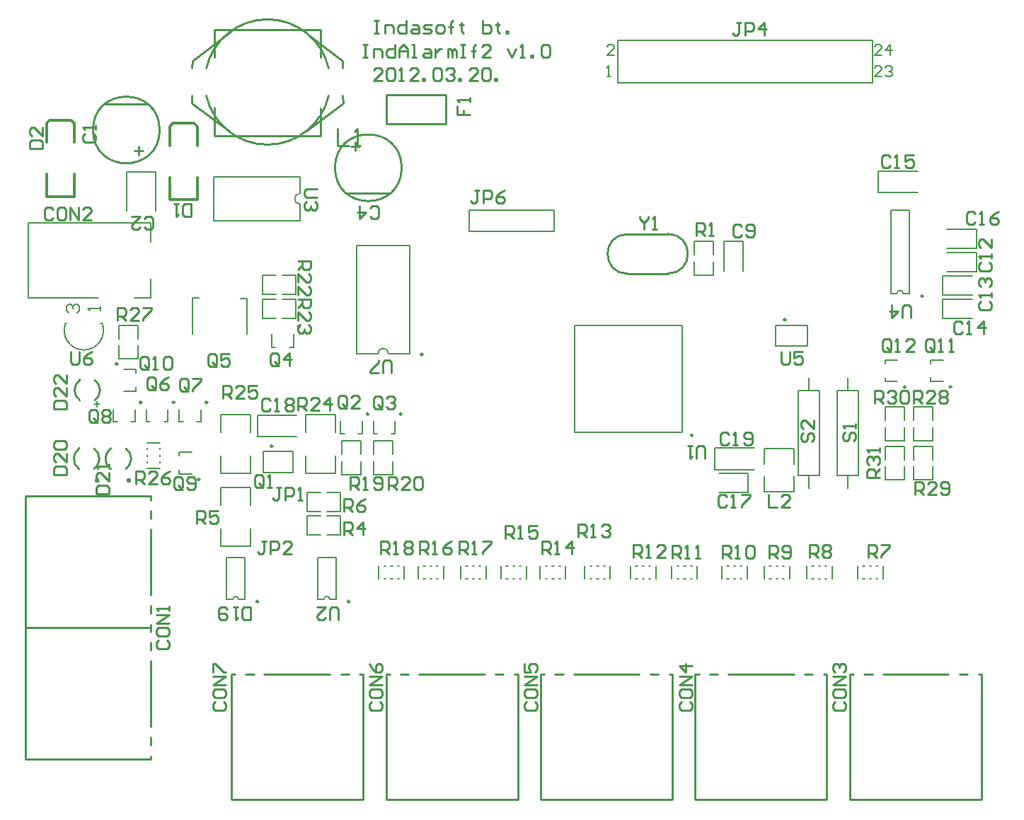
<source format=gto>
%FSLAX23Y23*%
%MOIN*%
G70*
G01*
G75*
%ADD10C,0.010*%
%ADD11R,0.039X0.033*%
%ADD12R,0.039X0.033*%
%ADD13R,0.037X0.035*%
%ADD14R,0.037X0.035*%
%ADD15R,0.059X0.051*%
%ADD16R,0.085X0.024*%
%ADD17R,0.106X0.071*%
%ADD18R,0.049X0.014*%
%ADD19R,0.035X0.037*%
%ADD20R,0.035X0.037*%
%ADD21R,0.047X0.087*%
%ADD22R,0.047X0.087*%
%ADD23R,0.134X0.087*%
%ADD24R,0.018X0.035*%
%ADD25R,0.053X0.014*%
%ADD26R,0.087X0.024*%
%ADD27R,0.087X0.024*%
%ADD28R,0.063X0.012*%
%ADD29R,0.012X0.063*%
%ADD30R,0.035X0.018*%
%ADD31R,0.106X0.071*%
%ADD32R,0.051X0.059*%
%ADD33R,0.106X0.063*%
%ADD34R,0.063X0.071*%
%ADD35R,0.100X0.100*%
%ADD36R,0.063X0.071*%
%ADD37R,0.077X0.124*%
%ADD38R,0.120X0.220*%
%ADD39R,0.150X0.114*%
%ADD40C,0.020*%
%ADD41C,0.040*%
%ADD42C,0.060*%
%ADD43C,0.030*%
%ADD44C,0.050*%
%ADD45C,0.023*%
%ADD46C,0.080*%
%ADD47C,0.011*%
%ADD48C,0.013*%
%ADD49C,0.016*%
%ADD50C,0.047*%
%ADD51C,0.025*%
%ADD52R,0.262X0.237*%
%ADD53C,0.060*%
%ADD54C,0.059*%
%ADD55C,0.240*%
%ADD56C,0.280*%
%ADD57C,0.059*%
%ADD58O,0.157X0.079*%
%ADD59O,0.079X0.157*%
%ADD60O,0.079X0.177*%
%ADD61O,0.050X0.060*%
%ADD62O,0.060X0.055*%
%ADD63O,0.060X0.050*%
%ADD64O,0.039X0.067*%
%ADD65R,0.059X0.059*%
%ADD66R,0.059X0.059*%
%ADD67C,0.050*%
%ADD68R,0.071X0.106*%
%ADD69R,0.071X0.063*%
%ADD70R,0.071X0.063*%
%ADD71C,0.039*%
%ADD72C,0.070*%
%ADD73C,0.010*%
%ADD74C,0.008*%
%ADD75C,0.008*%
%ADD76C,0.006*%
%ADD77C,0.012*%
%ADD78C,0.006*%
D10*
X1217Y2852D02*
G03*
X1217Y2755I35J-49D01*
G01*
X1287Y2755D02*
G03*
X1287Y2852I-36J48D01*
G01*
X1434Y2432D02*
G03*
X1434Y2529I-36J48D01*
G01*
X1362Y2529D02*
G03*
X1363Y2432I35J-49D01*
G01*
X1284Y2432D02*
G03*
X1284Y2529I-36J48D01*
G01*
X1213Y2529D02*
G03*
X1213Y2432I35J-49D01*
G01*
X3795Y3538D02*
G03*
X3795Y3352I0J-93D01*
G01*
X3987Y3353D02*
G03*
X3987Y3538I0J93D01*
G01*
X2732Y3851D02*
G03*
X2732Y3851I-157J0D01*
G01*
X2388Y4320D02*
G03*
X1812Y4320I-288J-65D01*
G01*
X1812Y4190D02*
G03*
X2388Y4190I288J65D01*
G01*
X1592Y4029D02*
G03*
X1592Y4029I-157J0D01*
G01*
X960Y1683D02*
X1549D01*
X960Y1063D02*
Y1683D01*
Y1063D02*
X1550D01*
Y1666D02*
Y1683D01*
Y1131D02*
Y1167D01*
Y1063D02*
Y1078D01*
Y1219D02*
Y1528D01*
Y1577D02*
Y1616D01*
X960Y1683D02*
Y2303D01*
X1550Y2286D02*
Y2303D01*
X960D02*
X1550D01*
Y1751D02*
Y1787D01*
Y1683D02*
Y1698D01*
Y1839D02*
Y2148D01*
Y2197D02*
Y2236D01*
X1997Y1465D02*
X2036D01*
X2085D02*
X2394D01*
X2535D02*
X2550D01*
X2446D02*
X2482D01*
X1930Y875D02*
Y1465D01*
X1947D01*
X2550Y875D02*
Y1465D01*
X1930Y875D02*
X2550D01*
X2726Y1465D02*
X2765D01*
X2814D02*
X3123D01*
X3264D02*
X3279D01*
X3175D02*
X3211D01*
X2659Y875D02*
Y1465D01*
X2676D01*
X3279Y875D02*
Y1465D01*
X2659Y875D02*
X3279D01*
X3454Y1465D02*
X3493D01*
X3542D02*
X3851D01*
X3992D02*
X4007D01*
X3903D02*
X3939D01*
X3387Y875D02*
Y1465D01*
X3404D01*
X4007Y875D02*
Y1465D01*
X3387Y875D02*
X4007D01*
X4182Y1465D02*
X4221D01*
X4270D02*
X4579D01*
X4720D02*
X4735D01*
X4631D02*
X4667D01*
X4115Y875D02*
Y1465D01*
X4132D01*
X4735Y875D02*
Y1465D01*
X4115Y875D02*
X4735D01*
X4911Y1465D02*
X4950D01*
X4999D02*
X5308D01*
X5449D02*
X5464D01*
X5360D02*
X5396D01*
X4844Y875D02*
Y1465D01*
X4861D01*
X5464Y875D02*
Y1465D01*
X4844Y875D02*
X5464D01*
X3795Y3538D02*
X3987D01*
X3795Y3352D02*
X3987D01*
X2475Y3730D02*
X2675D01*
X2941Y4058D02*
Y4193D01*
X2659Y4058D02*
Y4193D01*
X2941D01*
X2659Y4058D02*
X2941D01*
X1850Y4502D02*
X2350D01*
X2349Y4501D02*
X2350Y4502D01*
X2349Y4002D02*
X2350Y4132D01*
X1850Y4002D02*
X2349D01*
X1850D02*
Y4135D01*
X2349Y4501D02*
X2350Y4372D01*
X1850Y4370D02*
Y4502D01*
X2454Y4355D02*
X2455Y4320D01*
X1745Y4155D02*
Y4190D01*
X2455D02*
X2456Y4155D01*
X1745Y4320D02*
X1746Y4355D01*
Y4356D01*
X1930Y4495D01*
X1745Y4155D02*
X1925Y4020D01*
X2285Y4025D02*
X2456Y4155D01*
X2300Y4470D02*
X2454Y4355D01*
X1335Y4150D02*
X1535D01*
X5036Y2994D02*
Y3034D01*
X5026Y3044D01*
X5006D01*
X4996Y3034D01*
Y2994D01*
X5006Y2984D01*
X5026D01*
X5016Y3004D02*
X5036Y2984D01*
X5026D02*
X5036Y2994D01*
X5056Y2984D02*
X5076D01*
X5066D01*
Y3044D01*
X5056Y3034D01*
X5146Y2984D02*
X5106D01*
X5146Y3024D01*
Y3034D01*
X5136Y3044D01*
X5116D01*
X5106Y3034D01*
X2685Y2885D02*
Y2935D01*
X2675Y2945D01*
X2655D01*
X2645Y2935D01*
Y2885D01*
X2625D02*
X2585D01*
Y2895D01*
X2625Y2935D01*
Y2945D01*
X2080Y2355D02*
Y2395D01*
X2070Y2405D01*
X2050D01*
X2040Y2395D01*
Y2355D01*
X2050Y2345D01*
X2070D01*
X2060Y2365D02*
X2080Y2345D01*
X2070D02*
X2080Y2355D01*
X2100Y2345D02*
X2120D01*
X2110D01*
Y2405D01*
X2100Y2395D01*
X5240Y2995D02*
Y3035D01*
X5230Y3045D01*
X5210D01*
X5200Y3035D01*
Y2995D01*
X5210Y2985D01*
X5230D01*
X5220Y3005D02*
X5240Y2985D01*
X5230D02*
X5240Y2995D01*
X5260Y2985D02*
X5280D01*
X5270D01*
Y3045D01*
X5260Y3035D01*
X5310Y2985D02*
X5330D01*
X5320D01*
Y3045D01*
X5310Y3035D01*
X4820Y2605D02*
X4810Y2595D01*
Y2575D01*
X4820Y2565D01*
X4830D01*
X4840Y2575D01*
Y2595D01*
X4850Y2605D01*
X4860D01*
X4870Y2595D01*
Y2575D01*
X4860Y2565D01*
X4870Y2625D02*
Y2645D01*
Y2635D01*
X4810D01*
X4820Y2625D01*
X980Y3940D02*
X1040D01*
Y3970D01*
X1030Y3980D01*
X990D01*
X980Y3970D01*
Y3940D01*
X1040Y4040D02*
Y4000D01*
X1000Y4040D01*
X990D01*
X980Y4030D01*
Y4010D01*
X990Y4000D01*
X2995Y4140D02*
Y4100D01*
X3025D01*
Y4120D01*
Y4100D01*
X3055D01*
Y4160D02*
Y4180D01*
Y4170D01*
X2995D01*
X3005Y4160D01*
X2335Y3750D02*
X2285D01*
X2275Y3740D01*
Y3720D01*
X2285Y3710D01*
X2335D01*
X2325Y3690D02*
X2335Y3680D01*
Y3660D01*
X2325Y3650D01*
X2315D01*
X2305Y3660D01*
Y3670D01*
Y3660D01*
X2295Y3650D01*
X2285D01*
X2275Y3660D01*
Y3680D01*
X2285Y3690D01*
X2115Y2755D02*
X2105Y2765D01*
X2085D01*
X2075Y2755D01*
Y2715D01*
X2085Y2705D01*
X2105D01*
X2115Y2715D01*
X2135Y2705D02*
X2155D01*
X2145D01*
Y2765D01*
X2135Y2755D01*
X2185D02*
X2195Y2765D01*
X2215D01*
X2225Y2755D01*
Y2745D01*
X2215Y2735D01*
X2225Y2725D01*
Y2715D01*
X2215Y2705D01*
X2195D01*
X2185Y2715D01*
Y2725D01*
X2195Y2735D01*
X2185Y2745D01*
Y2755D01*
X2195Y2735D02*
X2215D01*
X1740Y3620D02*
Y3680D01*
X1710D01*
X1700Y3670D01*
Y3630D01*
X1710Y3620D01*
X1740D01*
X1680Y3680D02*
X1660D01*
X1670D01*
Y3620D01*
X1680Y3630D01*
X2435Y1720D02*
Y1770D01*
X2425Y1780D01*
X2405D01*
X2395Y1770D01*
Y1720D01*
X2335Y1780D02*
X2375D01*
X2335Y1740D01*
Y1730D01*
X2345Y1720D01*
X2365D01*
X2375Y1730D01*
X2430Y4035D02*
Y3955D01*
X2483D01*
X2510D02*
X2537D01*
X2523D01*
Y4035D01*
X2510Y4022D01*
X1240Y4010D02*
X1230Y4000D01*
Y3980D01*
X1240Y3970D01*
X1280D01*
X1290Y3980D01*
Y4000D01*
X1280Y4010D01*
X1290Y4030D02*
Y4050D01*
Y4040D01*
X1230D01*
X1240Y4030D01*
X2585Y3620D02*
X2595Y3610D01*
X2615D01*
X2625Y3620D01*
Y3660D01*
X2615Y3670D01*
X2595D01*
X2585Y3660D01*
X2535Y3670D02*
Y3610D01*
X2565Y3640D01*
X2525D01*
X4335Y3575D02*
X4325Y3585D01*
X4305D01*
X4295Y3575D01*
Y3535D01*
X4305Y3525D01*
X4325D01*
X4335Y3535D01*
X4355D02*
X4365Y3525D01*
X4385D01*
X4395Y3535D01*
Y3575D01*
X4385Y3585D01*
X4365D01*
X4355Y3575D01*
Y3565D01*
X4365Y3555D01*
X4395D01*
X5460Y3405D02*
X5450Y3395D01*
Y3375D01*
X5460Y3365D01*
X5500D01*
X5510Y3375D01*
Y3395D01*
X5500Y3405D01*
X5510Y3425D02*
Y3445D01*
Y3435D01*
X5450D01*
X5460Y3425D01*
X5510Y3515D02*
Y3475D01*
X5470Y3515D01*
X5460D01*
X5450Y3505D01*
Y3485D01*
X5460Y3475D01*
Y3220D02*
X5450Y3210D01*
Y3190D01*
X5460Y3180D01*
X5500D01*
X5510Y3190D01*
Y3210D01*
X5500Y3220D01*
X5510Y3240D02*
Y3260D01*
Y3250D01*
X5450D01*
X5460Y3240D01*
Y3290D02*
X5450Y3300D01*
Y3320D01*
X5460Y3330D01*
X5470D01*
X5480Y3320D01*
Y3310D01*
Y3320D01*
X5490Y3330D01*
X5500D01*
X5510Y3320D01*
Y3300D01*
X5500Y3290D01*
X5372Y3118D02*
X5362Y3128D01*
X5342D01*
X5332Y3118D01*
Y3078D01*
X5342Y3068D01*
X5362D01*
X5372Y3078D01*
X5392Y3068D02*
X5412D01*
X5402D01*
Y3128D01*
X5392Y3118D01*
X5472Y3068D02*
Y3128D01*
X5442Y3098D01*
X5482D01*
X5035Y3900D02*
X5025Y3910D01*
X5005D01*
X4995Y3900D01*
Y3860D01*
X5005Y3850D01*
X5025D01*
X5035Y3860D01*
X5055Y3850D02*
X5075D01*
X5065D01*
Y3910D01*
X5055Y3900D01*
X5145Y3910D02*
X5105D01*
Y3880D01*
X5125Y3890D01*
X5135D01*
X5145Y3880D01*
Y3860D01*
X5135Y3850D01*
X5115D01*
X5105Y3860D01*
X5435Y3635D02*
X5425Y3645D01*
X5405D01*
X5395Y3635D01*
Y3595D01*
X5405Y3585D01*
X5425D01*
X5435Y3595D01*
X5455Y3585D02*
X5475D01*
X5465D01*
Y3645D01*
X5455Y3635D01*
X5545Y3645D02*
X5525Y3635D01*
X5505Y3615D01*
Y3595D01*
X5515Y3585D01*
X5535D01*
X5545Y3595D01*
Y3605D01*
X5535Y3615D01*
X5505D01*
X4265Y2300D02*
X4255Y2310D01*
X4235D01*
X4225Y2300D01*
Y2260D01*
X4235Y2250D01*
X4255D01*
X4265Y2260D01*
X4285Y2250D02*
X4305D01*
X4295D01*
Y2310D01*
X4285Y2300D01*
X4335Y2310D02*
X4375D01*
Y2300D01*
X4335Y2260D01*
Y2250D01*
X4275Y2595D02*
X4265Y2605D01*
X4245D01*
X4235Y2595D01*
Y2555D01*
X4245Y2545D01*
X4265D01*
X4275Y2555D01*
X4295Y2545D02*
X4315D01*
X4305D01*
Y2605D01*
X4295Y2595D01*
X4345Y2555D02*
X4355Y2545D01*
X4375D01*
X4385Y2555D01*
Y2595D01*
X4375Y2605D01*
X4355D01*
X4345Y2595D01*
Y2585D01*
X4355Y2575D01*
X4385D01*
X2165Y2345D02*
X2145D01*
X2155D01*
Y2295D01*
X2145Y2285D01*
X2135D01*
X2125Y2295D01*
X2185Y2285D02*
Y2345D01*
X2215D01*
X2225Y2335D01*
Y2315D01*
X2215Y2305D01*
X2185D01*
X2245Y2285D02*
X2265D01*
X2255D01*
Y2345D01*
X2245Y2335D01*
X2095Y2090D02*
X2075D01*
X2085D01*
Y2040D01*
X2075Y2030D01*
X2065D01*
X2055Y2040D01*
X2115Y2030D02*
Y2090D01*
X2145D01*
X2155Y2080D01*
Y2060D01*
X2145Y2050D01*
X2115D01*
X2215Y2030D02*
X2175D01*
X2215Y2070D01*
Y2080D01*
X2205Y2090D01*
X2185D01*
X2175Y2080D01*
X4330Y4535D02*
X4310D01*
X4320D01*
Y4485D01*
X4310Y4475D01*
X4300D01*
X4290Y4485D01*
X4350Y4475D02*
Y4535D01*
X4380D01*
X4390Y4525D01*
Y4505D01*
X4380Y4495D01*
X4350D01*
X4440Y4475D02*
Y4535D01*
X4410Y4505D01*
X4450D01*
X3096Y3744D02*
X3076D01*
X3086D01*
Y3694D01*
X3076Y3684D01*
X3066D01*
X3056Y3694D01*
X3116Y3684D02*
Y3744D01*
X3146D01*
X3156Y3734D01*
Y3714D01*
X3146Y3704D01*
X3116D01*
X3216Y3744D02*
X3196Y3734D01*
X3176Y3714D01*
Y3694D01*
X3186Y3684D01*
X3206D01*
X3216Y3694D01*
Y3704D01*
X3206Y3714D01*
X3176D01*
X4460Y2310D02*
Y2250D01*
X4500D01*
X4560D02*
X4520D01*
X4560Y2290D01*
Y2300D01*
X4550Y2310D01*
X4530D01*
X4520Y2300D01*
X2460Y2120D02*
Y2180D01*
X2490D01*
X2500Y2170D01*
Y2150D01*
X2490Y2140D01*
X2460D01*
X2480D02*
X2500Y2120D01*
X2550D02*
Y2180D01*
X2520Y2150D01*
X2560D01*
X1766Y2173D02*
Y2233D01*
X1796D01*
X1806Y2223D01*
Y2203D01*
X1796Y2193D01*
X1766D01*
X1786D02*
X1806Y2173D01*
X1866Y2233D02*
X1826D01*
Y2203D01*
X1846Y2213D01*
X1856D01*
X1866Y2203D01*
Y2183D01*
X1856Y2173D01*
X1836D01*
X1826Y2183D01*
X2460Y2230D02*
Y2290D01*
X2490D01*
X2500Y2280D01*
Y2260D01*
X2490Y2250D01*
X2460D01*
X2480D02*
X2500Y2230D01*
X2560Y2290D02*
X2540Y2280D01*
X2520Y2260D01*
Y2240D01*
X2530Y2230D01*
X2550D01*
X2560Y2240D01*
Y2250D01*
X2550Y2260D01*
X2520D01*
X4930Y2015D02*
Y2075D01*
X4960D01*
X4970Y2065D01*
Y2045D01*
X4960Y2035D01*
X4930D01*
X4950D02*
X4970Y2015D01*
X4990Y2075D02*
X5030D01*
Y2065D01*
X4990Y2025D01*
Y2015D01*
X4465Y2010D02*
Y2070D01*
X4495D01*
X4505Y2060D01*
Y2040D01*
X4495Y2030D01*
X4465D01*
X4485D02*
X4505Y2010D01*
X4525Y2020D02*
X4535Y2010D01*
X4555D01*
X4565Y2020D01*
Y2060D01*
X4555Y2070D01*
X4535D01*
X4525Y2060D01*
Y2050D01*
X4535Y2040D01*
X4565D01*
X4245Y2010D02*
Y2070D01*
X4275D01*
X4285Y2060D01*
Y2040D01*
X4275Y2030D01*
X4245D01*
X4265D02*
X4285Y2010D01*
X4305D02*
X4325D01*
X4315D01*
Y2070D01*
X4305Y2060D01*
X4355D02*
X4365Y2070D01*
X4385D01*
X4395Y2060D01*
Y2020D01*
X4385Y2010D01*
X4365D01*
X4355Y2020D01*
Y2060D01*
X4008Y2012D02*
Y2072D01*
X4038D01*
X4048Y2062D01*
Y2042D01*
X4038Y2032D01*
X4008D01*
X4028D02*
X4048Y2012D01*
X4068D02*
X4088D01*
X4078D01*
Y2072D01*
X4068Y2062D01*
X4118Y2012D02*
X4138D01*
X4128D01*
Y2072D01*
X4118Y2062D01*
X3823Y2015D02*
Y2075D01*
X3853D01*
X3863Y2065D01*
Y2045D01*
X3853Y2035D01*
X3823D01*
X3843D02*
X3863Y2015D01*
X3883D02*
X3903D01*
X3893D01*
Y2075D01*
X3883Y2065D01*
X3973Y2015D02*
X3933D01*
X3973Y2055D01*
Y2065D01*
X3963Y2075D01*
X3943D01*
X3933Y2065D01*
X3565Y2110D02*
Y2170D01*
X3595D01*
X3605Y2160D01*
Y2140D01*
X3595Y2130D01*
X3565D01*
X3585D02*
X3605Y2110D01*
X3625D02*
X3645D01*
X3635D01*
Y2170D01*
X3625Y2160D01*
X3675D02*
X3685Y2170D01*
X3705D01*
X3715Y2160D01*
Y2150D01*
X3705Y2140D01*
X3695D01*
X3705D01*
X3715Y2130D01*
Y2120D01*
X3705Y2110D01*
X3685D01*
X3675Y2120D01*
X3392Y2030D02*
Y2090D01*
X3422D01*
X3432Y2080D01*
Y2060D01*
X3422Y2050D01*
X3392D01*
X3412D02*
X3432Y2030D01*
X3452D02*
X3472D01*
X3462D01*
Y2090D01*
X3452Y2080D01*
X3532Y2030D02*
Y2090D01*
X3502Y2060D01*
X3542D01*
X3220Y2105D02*
Y2165D01*
X3250D01*
X3260Y2155D01*
Y2135D01*
X3250Y2125D01*
X3220D01*
X3240D02*
X3260Y2105D01*
X3280D02*
X3300D01*
X3290D01*
Y2165D01*
X3280Y2155D01*
X3370Y2165D02*
X3330D01*
Y2135D01*
X3350Y2145D01*
X3360D01*
X3370Y2135D01*
Y2115D01*
X3360Y2105D01*
X3340D01*
X3330Y2115D01*
X2817Y2030D02*
Y2090D01*
X2847D01*
X2857Y2080D01*
Y2060D01*
X2847Y2050D01*
X2817D01*
X2837D02*
X2857Y2030D01*
X2877D02*
X2897D01*
X2887D01*
Y2090D01*
X2877Y2080D01*
X2967Y2090D02*
X2947Y2080D01*
X2927Y2060D01*
Y2040D01*
X2937Y2030D01*
X2957D01*
X2967Y2040D01*
Y2050D01*
X2957Y2060D01*
X2927D01*
X3005Y2030D02*
Y2090D01*
X3035D01*
X3045Y2080D01*
Y2060D01*
X3035Y2050D01*
X3005D01*
X3025D02*
X3045Y2030D01*
X3065D02*
X3085D01*
X3075D01*
Y2090D01*
X3065Y2080D01*
X3115Y2090D02*
X3155D01*
Y2080D01*
X3115Y2040D01*
Y2030D01*
X2632D02*
Y2090D01*
X2662D01*
X2672Y2080D01*
Y2060D01*
X2662Y2050D01*
X2632D01*
X2652D02*
X2672Y2030D01*
X2692D02*
X2712D01*
X2702D01*
Y2090D01*
X2692Y2080D01*
X2742D02*
X2752Y2090D01*
X2772D01*
X2782Y2080D01*
Y2070D01*
X2772Y2060D01*
X2782Y2050D01*
Y2040D01*
X2772Y2030D01*
X2752D01*
X2742Y2040D01*
Y2050D01*
X2752Y2060D01*
X2742Y2070D01*
Y2080D01*
X2752Y2060D02*
X2772D01*
X2490Y2335D02*
Y2395D01*
X2520D01*
X2530Y2385D01*
Y2365D01*
X2520Y2355D01*
X2490D01*
X2510D02*
X2530Y2335D01*
X2550D02*
X2570D01*
X2560D01*
Y2395D01*
X2550Y2385D01*
X2600Y2345D02*
X2610Y2335D01*
X2630D01*
X2640Y2345D01*
Y2385D01*
X2630Y2395D01*
X2610D01*
X2600Y2385D01*
Y2375D01*
X2610Y2365D01*
X2640D01*
X2670Y2335D02*
Y2395D01*
X2700D01*
X2710Y2385D01*
Y2365D01*
X2700Y2355D01*
X2670D01*
X2690D02*
X2710Y2335D01*
X2770D02*
X2730D01*
X2770Y2375D01*
Y2385D01*
X2760Y2395D01*
X2740D01*
X2730Y2385D01*
X2790D02*
X2800Y2395D01*
X2820D01*
X2830Y2385D01*
Y2345D01*
X2820Y2335D01*
X2800D01*
X2790Y2345D01*
Y2385D01*
X2245Y3410D02*
X2305D01*
Y3380D01*
X2295Y3370D01*
X2275D01*
X2265Y3380D01*
Y3410D01*
Y3390D02*
X2245Y3370D01*
Y3310D02*
Y3350D01*
X2285Y3310D01*
X2295D01*
X2305Y3320D01*
Y3340D01*
X2295Y3350D01*
X2245Y3250D02*
Y3290D01*
X2285Y3250D01*
X2295D01*
X2305Y3260D01*
Y3280D01*
X2295Y3290D01*
X2245Y3230D02*
X2305D01*
Y3200D01*
X2295Y3190D01*
X2275D01*
X2265Y3200D01*
Y3230D01*
Y3210D02*
X2245Y3190D01*
Y3130D02*
Y3170D01*
X2285Y3130D01*
X2295D01*
X2305Y3140D01*
Y3160D01*
X2295Y3170D01*
Y3110D02*
X2305Y3100D01*
Y3080D01*
X2295Y3070D01*
X2285D01*
X2275Y3080D01*
Y3090D01*
Y3080D01*
X2265Y3070D01*
X2255D01*
X2245Y3080D01*
Y3100D01*
X2255Y3110D01*
X2243Y2707D02*
Y2767D01*
X2273D01*
X2283Y2757D01*
Y2737D01*
X2273Y2727D01*
X2243D01*
X2263D02*
X2283Y2707D01*
X2343D02*
X2303D01*
X2343Y2747D01*
Y2757D01*
X2333Y2767D01*
X2313D01*
X2303Y2757D01*
X2393Y2707D02*
Y2767D01*
X2363Y2737D01*
X2403D01*
X1890Y2765D02*
Y2825D01*
X1920D01*
X1930Y2815D01*
Y2795D01*
X1920Y2785D01*
X1890D01*
X1910D02*
X1930Y2765D01*
X1990D02*
X1950D01*
X1990Y2805D01*
Y2815D01*
X1980Y2825D01*
X1960D01*
X1950Y2815D01*
X2050Y2825D02*
X2010D01*
Y2795D01*
X2030Y2805D01*
X2040D01*
X2050Y2795D01*
Y2775D01*
X2040Y2765D01*
X2020D01*
X2010Y2775D01*
X1480Y2360D02*
Y2420D01*
X1510D01*
X1520Y2410D01*
Y2390D01*
X1510Y2380D01*
X1480D01*
X1500D02*
X1520Y2360D01*
X1580D02*
X1540D01*
X1580Y2400D01*
Y2410D01*
X1570Y2420D01*
X1550D01*
X1540Y2410D01*
X1640Y2420D02*
X1620Y2410D01*
X1600Y2390D01*
Y2370D01*
X1610Y2360D01*
X1630D01*
X1640Y2370D01*
Y2380D01*
X1630Y2390D01*
X1600D01*
X1395Y3130D02*
Y3190D01*
X1425D01*
X1435Y3180D01*
Y3160D01*
X1425Y3150D01*
X1395D01*
X1415D02*
X1435Y3130D01*
X1495D02*
X1455D01*
X1495Y3170D01*
Y3180D01*
X1485Y3190D01*
X1465D01*
X1455Y3180D01*
X1515Y3190D02*
X1555D01*
Y3180D01*
X1515Y3140D01*
Y3130D01*
X5145Y2740D02*
Y2800D01*
X5175D01*
X5185Y2790D01*
Y2770D01*
X5175Y2760D01*
X5145D01*
X5165D02*
X5185Y2740D01*
X5245D02*
X5205D01*
X5245Y2780D01*
Y2790D01*
X5235Y2800D01*
X5215D01*
X5205Y2790D01*
X5265D02*
X5275Y2800D01*
X5295D01*
X5305Y2790D01*
Y2780D01*
X5295Y2770D01*
X5305Y2760D01*
Y2750D01*
X5295Y2740D01*
X5275D01*
X5265Y2750D01*
Y2760D01*
X5275Y2770D01*
X5265Y2780D01*
Y2790D01*
X5275Y2770D02*
X5295D01*
X5150Y2310D02*
Y2370D01*
X5180D01*
X5190Y2360D01*
Y2340D01*
X5180Y2330D01*
X5150D01*
X5170D02*
X5190Y2310D01*
X5250D02*
X5210D01*
X5250Y2350D01*
Y2360D01*
X5240Y2370D01*
X5220D01*
X5210Y2360D01*
X5270Y2320D02*
X5280Y2310D01*
X5300D01*
X5310Y2320D01*
Y2360D01*
X5300Y2370D01*
X5280D01*
X5270Y2360D01*
Y2350D01*
X5280Y2340D01*
X5310D01*
X4960Y2740D02*
Y2800D01*
X4990D01*
X5000Y2790D01*
Y2770D01*
X4990Y2760D01*
X4960D01*
X4980D02*
X5000Y2740D01*
X5020Y2790D02*
X5030Y2800D01*
X5050D01*
X5060Y2790D01*
Y2780D01*
X5050Y2770D01*
X5040D01*
X5050D01*
X5060Y2760D01*
Y2750D01*
X5050Y2740D01*
X5030D01*
X5020Y2750D01*
X5080Y2790D02*
X5090Y2800D01*
X5110D01*
X5120Y2790D01*
Y2750D01*
X5110Y2740D01*
X5090D01*
X5080Y2750D01*
Y2790D01*
X4985Y2390D02*
X4925D01*
Y2420D01*
X4935Y2430D01*
X4955D01*
X4965Y2420D01*
Y2390D01*
Y2410D02*
X4985Y2430D01*
X4935Y2450D02*
X4925Y2460D01*
Y2480D01*
X4935Y2490D01*
X4945D01*
X4955Y2480D01*
Y2470D01*
Y2480D01*
X4965Y2490D01*
X4975D01*
X4985Y2480D01*
Y2460D01*
X4975Y2450D01*
X4985Y2510D02*
Y2530D01*
Y2520D01*
X4925D01*
X4935Y2510D01*
X4160Y2480D02*
Y2530D01*
X4150Y2540D01*
X4130D01*
X4120Y2530D01*
Y2480D01*
X4100Y2540D02*
X4080D01*
X4090D01*
Y2480D01*
X4100Y2490D01*
X1175Y2985D02*
Y2935D01*
X1185Y2925D01*
X1205D01*
X1215Y2935D01*
Y2985D01*
X1275D02*
X1255Y2975D01*
X1235Y2955D01*
Y2935D01*
X1245Y2925D01*
X1265D01*
X1275Y2935D01*
Y2945D01*
X1265Y2955D01*
X1235D01*
X3855Y3620D02*
Y3610D01*
X3875Y3590D01*
X3895Y3610D01*
Y3620D01*
X3875Y3590D02*
Y3560D01*
X3915D02*
X3935D01*
X3925D01*
Y3620D01*
X3915Y3610D01*
X4775Y1335D02*
X4765Y1325D01*
Y1305D01*
X4775Y1295D01*
X4815D01*
X4825Y1305D01*
Y1325D01*
X4815Y1335D01*
X4765Y1385D02*
Y1365D01*
X4775Y1355D01*
X4815D01*
X4825Y1365D01*
Y1385D01*
X4815Y1395D01*
X4775D01*
X4765Y1385D01*
X4825Y1415D02*
X4765D01*
X4825Y1455D01*
X4765D01*
X4775Y1475D02*
X4765Y1485D01*
Y1505D01*
X4775Y1515D01*
X4785D01*
X4795Y1505D01*
Y1495D01*
Y1505D01*
X4805Y1515D01*
X4815D01*
X4825Y1505D01*
Y1485D01*
X4815Y1475D01*
X4050Y1335D02*
X4040Y1325D01*
Y1305D01*
X4050Y1295D01*
X4090D01*
X4100Y1305D01*
Y1325D01*
X4090Y1335D01*
X4040Y1385D02*
Y1365D01*
X4050Y1355D01*
X4090D01*
X4100Y1365D01*
Y1385D01*
X4090Y1395D01*
X4050D01*
X4040Y1385D01*
X4100Y1415D02*
X4040D01*
X4100Y1455D01*
X4040D01*
X4100Y1505D02*
X4040D01*
X4070Y1475D01*
Y1515D01*
X3320Y1335D02*
X3310Y1325D01*
Y1305D01*
X3320Y1295D01*
X3360D01*
X3370Y1305D01*
Y1325D01*
X3360Y1335D01*
X3310Y1385D02*
Y1365D01*
X3320Y1355D01*
X3360D01*
X3370Y1365D01*
Y1385D01*
X3360Y1395D01*
X3320D01*
X3310Y1385D01*
X3370Y1415D02*
X3310D01*
X3370Y1455D01*
X3310D01*
Y1515D02*
Y1475D01*
X3340D01*
X3330Y1495D01*
Y1505D01*
X3340Y1515D01*
X3360D01*
X3370Y1505D01*
Y1485D01*
X3360Y1475D01*
X2590Y1335D02*
X2580Y1325D01*
Y1305D01*
X2590Y1295D01*
X2630D01*
X2640Y1305D01*
Y1325D01*
X2630Y1335D01*
X2580Y1385D02*
Y1365D01*
X2590Y1355D01*
X2630D01*
X2640Y1365D01*
Y1385D01*
X2630Y1395D01*
X2590D01*
X2580Y1385D01*
X2640Y1415D02*
X2580D01*
X2640Y1455D01*
X2580D01*
Y1515D02*
X2590Y1495D01*
X2610Y1475D01*
X2630D01*
X2640Y1485D01*
Y1505D01*
X2630Y1515D01*
X2620D01*
X2610Y1505D01*
Y1475D01*
X1855Y1335D02*
X1845Y1325D01*
Y1305D01*
X1855Y1295D01*
X1895D01*
X1905Y1305D01*
Y1325D01*
X1895Y1335D01*
X1845Y1385D02*
Y1365D01*
X1855Y1355D01*
X1895D01*
X1905Y1365D01*
Y1385D01*
X1895Y1395D01*
X1855D01*
X1845Y1385D01*
X1905Y1415D02*
X1845D01*
X1905Y1455D01*
X1845D01*
Y1475D02*
Y1515D01*
X1855D01*
X1895Y1475D01*
X1905D01*
X2020Y1720D02*
Y1780D01*
X1990D01*
X1980Y1770D01*
Y1730D01*
X1990Y1720D01*
X2020D01*
X1960Y1780D02*
X1940D01*
X1950D01*
Y1720D01*
X1960Y1730D01*
X1910Y1770D02*
X1900Y1780D01*
X1880D01*
X1870Y1770D01*
Y1730D01*
X1880Y1720D01*
X1900D01*
X1910Y1730D01*
Y1740D01*
X1900Y1750D01*
X1870D01*
X5130Y3144D02*
Y3194D01*
X5120Y3204D01*
X5100D01*
X5090Y3194D01*
Y3144D01*
X5040Y3204D02*
Y3144D01*
X5070Y3174D01*
X5030D01*
X4520Y2985D02*
Y2935D01*
X4530Y2925D01*
X4550D01*
X4560Y2935D01*
Y2985D01*
X4620D02*
X4580D01*
Y2955D01*
X4600Y2965D01*
X4610D01*
X4620Y2955D01*
Y2935D01*
X4610Y2925D01*
X4590D01*
X4580Y2935D01*
X4653Y2015D02*
Y2075D01*
X4683D01*
X4693Y2065D01*
Y2045D01*
X4683Y2035D01*
X4653D01*
X4673D02*
X4693Y2015D01*
X4713Y2065D02*
X4723Y2075D01*
X4743D01*
X4753Y2065D01*
Y2055D01*
X4743Y2045D01*
X4753Y2035D01*
Y2025D01*
X4743Y2015D01*
X4723D01*
X4713Y2025D01*
Y2035D01*
X4723Y2045D01*
X4713Y2055D01*
Y2065D01*
X4723Y2045D02*
X4743D01*
X1095Y2405D02*
X1155D01*
Y2435D01*
X1145Y2445D01*
X1105D01*
X1095Y2435D01*
Y2405D01*
X1155Y2505D02*
Y2465D01*
X1115Y2505D01*
X1105D01*
X1095Y2495D01*
Y2475D01*
X1105Y2465D01*
Y2525D02*
X1095Y2535D01*
Y2555D01*
X1105Y2565D01*
X1145D01*
X1155Y2555D01*
Y2535D01*
X1145Y2525D01*
X1105D01*
X1295Y2315D02*
X1355D01*
Y2345D01*
X1345Y2355D01*
X1305D01*
X1295Y2345D01*
Y2315D01*
X1355Y2415D02*
Y2375D01*
X1315Y2415D01*
X1305D01*
X1295Y2405D01*
Y2385D01*
X1305Y2375D01*
X1355Y2435D02*
Y2455D01*
Y2445D01*
X1295D01*
X1305Y2435D01*
X1095Y2715D02*
X1155D01*
Y2745D01*
X1145Y2755D01*
X1105D01*
X1095Y2745D01*
Y2715D01*
X1155Y2815D02*
Y2775D01*
X1115Y2815D01*
X1105D01*
X1095Y2805D01*
Y2785D01*
X1105Y2775D01*
X1155Y2875D02*
Y2835D01*
X1115Y2875D01*
X1105D01*
X1095Y2865D01*
Y2845D01*
X1105Y2835D01*
X2472Y2728D02*
Y2768D01*
X2462Y2778D01*
X2442D01*
X2432Y2768D01*
Y2728D01*
X2442Y2718D01*
X2462D01*
X2452Y2738D02*
X2472Y2718D01*
X2462D02*
X2472Y2728D01*
X2532Y2718D02*
X2492D01*
X2532Y2758D01*
Y2768D01*
X2522Y2778D01*
X2502D01*
X2492Y2768D01*
X2152Y2928D02*
Y2968D01*
X2142Y2978D01*
X2122D01*
X2112Y2968D01*
Y2928D01*
X2122Y2918D01*
X2142D01*
X2132Y2938D02*
X2152Y2918D01*
X2142D02*
X2152Y2928D01*
X2202Y2918D02*
Y2978D01*
X2172Y2948D01*
X2212D01*
X1860Y2925D02*
Y2965D01*
X1850Y2975D01*
X1830D01*
X1820Y2965D01*
Y2925D01*
X1830Y2915D01*
X1850D01*
X1840Y2935D02*
X1860Y2915D01*
X1850D02*
X1860Y2925D01*
X1920Y2975D02*
X1880D01*
Y2945D01*
X1900Y2955D01*
X1910D01*
X1920Y2945D01*
Y2925D01*
X1910Y2915D01*
X1890D01*
X1880Y2925D01*
X1575Y2815D02*
Y2855D01*
X1565Y2865D01*
X1545D01*
X1535Y2855D01*
Y2815D01*
X1545Y2805D01*
X1565D01*
X1555Y2825D02*
X1575Y2805D01*
X1565D02*
X1575Y2815D01*
X1635Y2865D02*
X1615Y2855D01*
X1595Y2835D01*
Y2815D01*
X1605Y2805D01*
X1625D01*
X1635Y2815D01*
Y2825D01*
X1625Y2835D01*
X1595D01*
X1726Y2809D02*
Y2849D01*
X1716Y2859D01*
X1696D01*
X1686Y2849D01*
Y2809D01*
X1696Y2799D01*
X1716D01*
X1706Y2819D02*
X1726Y2799D01*
X1716D02*
X1726Y2809D01*
X1746Y2859D02*
X1786D01*
Y2849D01*
X1746Y2809D01*
Y2799D01*
X1300Y2660D02*
Y2700D01*
X1290Y2710D01*
X1270D01*
X1260Y2700D01*
Y2660D01*
X1270Y2650D01*
X1290D01*
X1280Y2670D02*
X1300Y2650D01*
X1290D02*
X1300Y2660D01*
X1320Y2700D02*
X1330Y2710D01*
X1350D01*
X1360Y2700D01*
Y2690D01*
X1350Y2680D01*
X1360Y2670D01*
Y2660D01*
X1350Y2650D01*
X1330D01*
X1320Y2660D01*
Y2670D01*
X1330Y2680D01*
X1320Y2690D01*
Y2700D01*
X1330Y2680D02*
X1350D01*
X1700Y2345D02*
Y2385D01*
X1690Y2395D01*
X1670D01*
X1660Y2385D01*
Y2345D01*
X1670Y2335D01*
X1690D01*
X1680Y2355D02*
X1700Y2335D01*
X1690D02*
X1700Y2345D01*
X1720D02*
X1730Y2335D01*
X1750D01*
X1760Y2345D01*
Y2385D01*
X1750Y2395D01*
X1730D01*
X1720Y2385D01*
Y2375D01*
X1730Y2365D01*
X1760D01*
X1540Y2910D02*
Y2950D01*
X1530Y2960D01*
X1510D01*
X1500Y2950D01*
Y2910D01*
X1510Y2900D01*
X1530D01*
X1520Y2920D02*
X1540Y2900D01*
X1530D02*
X1540Y2910D01*
X1560Y2900D02*
X1580D01*
X1570D01*
Y2960D01*
X1560Y2950D01*
X1610D02*
X1620Y2960D01*
X1640D01*
X1650Y2950D01*
Y2910D01*
X1640Y2900D01*
X1620D01*
X1610Y2910D01*
Y2950D01*
X4625Y2600D02*
X4615Y2590D01*
Y2570D01*
X4625Y2560D01*
X4635D01*
X4645Y2570D01*
Y2590D01*
X4655Y2600D01*
X4665D01*
X4675Y2590D01*
Y2570D01*
X4665Y2560D01*
X4675Y2660D02*
Y2620D01*
X4635Y2660D01*
X4625D01*
X4615Y2650D01*
Y2630D01*
X4625Y2620D01*
X1587Y1625D02*
X1577Y1615D01*
Y1595D01*
X1587Y1585D01*
X1627D01*
X1637Y1595D01*
Y1615D01*
X1627Y1625D01*
X1577Y1675D02*
Y1655D01*
X1587Y1645D01*
X1627D01*
X1637Y1655D01*
Y1675D01*
X1627Y1685D01*
X1587D01*
X1577Y1675D01*
X1637Y1705D02*
X1577D01*
X1637Y1745D01*
X1577D01*
X1637Y1765D02*
Y1785D01*
Y1775D01*
X1577D01*
X1587Y1765D01*
X1090Y3655D02*
X1080Y3665D01*
X1060D01*
X1050Y3655D01*
Y3615D01*
X1060Y3605D01*
X1080D01*
X1090Y3615D01*
X1140Y3665D02*
X1120D01*
X1110Y3655D01*
Y3615D01*
X1120Y3605D01*
X1140D01*
X1150Y3615D01*
Y3655D01*
X1140Y3665D01*
X1170Y3605D02*
Y3665D01*
X1210Y3605D01*
Y3665D01*
X1270Y3605D02*
X1230D01*
X1270Y3645D01*
Y3655D01*
X1260Y3665D01*
X1240D01*
X1230Y3655D01*
X4120Y3530D02*
Y3590D01*
X4150D01*
X4160Y3580D01*
Y3560D01*
X4150Y3550D01*
X4120D01*
X4140D02*
X4160Y3530D01*
X4180D02*
X4200D01*
X4190D01*
Y3590D01*
X4180Y3580D01*
X2640Y2725D02*
Y2765D01*
X2630Y2775D01*
X2610D01*
X2600Y2765D01*
Y2725D01*
X2610Y2715D01*
X2630D01*
X2620Y2735D02*
X2640Y2715D01*
X2630D02*
X2640Y2725D01*
X2660Y2765D02*
X2670Y2775D01*
X2690D01*
X2700Y2765D01*
Y2755D01*
X2690Y2745D01*
X2680D01*
X2690D01*
X2700Y2735D01*
Y2725D01*
X2690Y2715D01*
X2670D01*
X2660Y2725D01*
X1520Y3570D02*
X1530Y3560D01*
X1550D01*
X1560Y3570D01*
Y3610D01*
X1550Y3620D01*
X1530D01*
X1520Y3610D01*
X1460Y3620D02*
X1500D01*
X1460Y3580D01*
Y3570D01*
X1470Y3560D01*
X1490D01*
X1500Y3570D01*
X2640Y4260D02*
X2600D01*
X2640Y4300D01*
Y4310D01*
X2630Y4320D01*
X2610D01*
X2600Y4310D01*
X2660D02*
X2670Y4320D01*
X2690D01*
X2700Y4310D01*
Y4270D01*
X2690Y4260D01*
X2670D01*
X2660Y4270D01*
Y4310D01*
X2720Y4260D02*
X2740D01*
X2730D01*
Y4320D01*
X2720Y4310D01*
X2810Y4260D02*
X2770D01*
X2810Y4300D01*
Y4310D01*
X2800Y4320D01*
X2780D01*
X2770Y4310D01*
X2830Y4260D02*
Y4270D01*
X2840D01*
Y4260D01*
X2830D01*
X2880Y4310D02*
X2890Y4320D01*
X2910D01*
X2920Y4310D01*
Y4270D01*
X2910Y4260D01*
X2890D01*
X2880Y4270D01*
Y4310D01*
X2940D02*
X2950Y4320D01*
X2970D01*
X2980Y4310D01*
Y4300D01*
X2970Y4290D01*
X2960D01*
X2970D01*
X2980Y4280D01*
Y4270D01*
X2970Y4260D01*
X2950D01*
X2940Y4270D01*
X3000Y4260D02*
Y4270D01*
X3010D01*
Y4260D01*
X3000D01*
X3090D02*
X3050D01*
X3090Y4300D01*
Y4310D01*
X3080Y4320D01*
X3060D01*
X3050Y4310D01*
X3110D02*
X3120Y4320D01*
X3140D01*
X3150Y4310D01*
Y4270D01*
X3140Y4260D01*
X3120D01*
X3110Y4270D01*
Y4310D01*
X3170Y4260D02*
Y4270D01*
X3180D01*
Y4260D01*
X3170D01*
X2550Y4430D02*
X2570D01*
X2560D01*
Y4370D01*
X2550D01*
X2570D01*
X2600D02*
Y4410D01*
X2630D01*
X2640Y4400D01*
Y4370D01*
X2700Y4430D02*
Y4370D01*
X2670D01*
X2660Y4380D01*
Y4400D01*
X2670Y4410D01*
X2700D01*
X2720Y4370D02*
Y4410D01*
X2740Y4430D01*
X2760Y4410D01*
Y4370D01*
Y4400D01*
X2720D01*
X2780Y4370D02*
X2800D01*
X2790D01*
Y4430D01*
X2780D01*
X2840Y4410D02*
X2860D01*
X2870Y4400D01*
Y4370D01*
X2840D01*
X2830Y4380D01*
X2840Y4390D01*
X2870D01*
X2890Y4410D02*
Y4370D01*
Y4390D01*
X2900Y4400D01*
X2910Y4410D01*
X2920D01*
X2950Y4370D02*
Y4410D01*
X2960D01*
X2970Y4400D01*
Y4370D01*
Y4400D01*
X2980Y4410D01*
X2990Y4400D01*
Y4370D01*
X3010Y4430D02*
X3030D01*
X3020D01*
Y4370D01*
X3010D01*
X3030D01*
X3070D02*
Y4420D01*
Y4400D01*
X3060D01*
X3080D01*
X3070D01*
Y4420D01*
X3080Y4430D01*
X3150Y4370D02*
X3110D01*
X3150Y4410D01*
Y4420D01*
X3140Y4430D01*
X3120D01*
X3110Y4420D01*
X3230Y4410D02*
X3250Y4370D01*
X3270Y4410D01*
X3290Y4370D02*
X3310D01*
X3300D01*
Y4430D01*
X3290Y4420D01*
X3340Y4370D02*
Y4380D01*
X3350D01*
Y4370D01*
X3340D01*
X3390Y4420D02*
X3400Y4430D01*
X3420D01*
X3430Y4420D01*
Y4380D01*
X3420Y4370D01*
X3400D01*
X3390Y4380D01*
Y4420D01*
X2605Y4545D02*
X2625D01*
X2615D01*
Y4485D01*
X2605D01*
X2625D01*
X2655D02*
Y4525D01*
X2685D01*
X2695Y4515D01*
Y4485D01*
X2755Y4545D02*
Y4485D01*
X2725D01*
X2715Y4495D01*
Y4515D01*
X2725Y4525D01*
X2755D01*
X2785D02*
X2805D01*
X2815Y4515D01*
Y4485D01*
X2785D01*
X2775Y4495D01*
X2785Y4505D01*
X2815D01*
X2835Y4485D02*
X2865D01*
X2875Y4495D01*
X2865Y4505D01*
X2845D01*
X2835Y4515D01*
X2845Y4525D01*
X2875D01*
X2905Y4485D02*
X2925D01*
X2935Y4495D01*
Y4515D01*
X2925Y4525D01*
X2905D01*
X2895Y4515D01*
Y4495D01*
X2905Y4485D01*
X2965D02*
Y4535D01*
Y4515D01*
X2955D01*
X2975D01*
X2965D01*
Y4535D01*
X2975Y4545D01*
X3015Y4535D02*
Y4525D01*
X3005D01*
X3025D01*
X3015D01*
Y4495D01*
X3025Y4485D01*
X3115Y4545D02*
Y4485D01*
X3145D01*
X3155Y4495D01*
Y4505D01*
Y4515D01*
X3145Y4525D01*
X3115D01*
X3185Y4535D02*
Y4525D01*
X3175D01*
X3195D01*
X3185D01*
Y4495D01*
X3195Y4485D01*
X3225D02*
Y4495D01*
X3235D01*
Y4485D01*
X3225D01*
X1450Y2376D02*
X1440D01*
Y2386D01*
X1450D01*
Y2376D01*
X1300D02*
X1290D01*
Y2386D01*
X1300D01*
Y2376D01*
X2515Y3970D02*
Y3930D01*
X2535Y3950D02*
X2495D01*
X1495Y3910D02*
Y3950D01*
X1475Y3930D02*
X1515D01*
D73*
X5322Y2819D02*
G03*
X5322Y2819I-5J0D01*
G01*
X5106Y2818D02*
G03*
X5106Y2818I-5J0D01*
G01*
X2832Y2972D02*
G03*
X2832Y2972I-5J0D01*
G01*
X2124Y2540D02*
G03*
X2124Y2540I-5J0D01*
G01*
X1394Y2927D02*
G03*
X1394Y2927I-5J0D01*
G01*
X1781Y2383D02*
G03*
X1781Y2383I-5J0D01*
G01*
X1507Y2746D02*
G03*
X1507Y2746I-5J0D01*
G01*
X1817D02*
G03*
X1817Y2746I-5J0D01*
G01*
X1662D02*
G03*
X1662Y2746I-5J0D01*
G01*
X2253Y3103D02*
G03*
X2253Y3103I-5J0D01*
G01*
X2577Y2691D02*
G03*
X2577Y2691I-5J0D01*
G01*
X4542Y3135D02*
G03*
X4542Y3135I-5J0D01*
G01*
X5188Y3247D02*
G03*
X5188Y3247I-5J0D01*
G01*
X2057Y1807D02*
G03*
X2057Y1807I-5J0D01*
G01*
X4104Y2591D02*
G03*
X4104Y2591I-5J0D01*
G01*
X2487Y1807D02*
G03*
X2487Y1807I-5J0D01*
G01*
X2732Y2691D02*
G03*
X2732Y2691I-5J0D01*
G01*
D74*
X2670Y2975D02*
G03*
X2620Y2975I-25J0D01*
G01*
X5095Y3258D02*
G03*
X5065Y3258I-15J0D01*
G01*
X1964Y1817D02*
G03*
X1936Y1817I-14J0D01*
G01*
X1149Y3119D02*
G03*
X1321Y3119I86J-34D01*
G01*
X2394Y1817D02*
G03*
X2366Y1817I-14J0D01*
G01*
X2253Y3730D02*
G03*
X2253Y3680I0J-25D01*
G01*
X5223Y2927D02*
Y2945D01*
Y2845D02*
Y2863D01*
Y2945D02*
X5282D01*
X5223Y2845D02*
X5282D01*
X5009Y2946D02*
X5067D01*
X5009Y2844D02*
X5067D01*
X5009D02*
Y2862D01*
Y2928D02*
Y2946D01*
X2670Y2975D02*
X2769D01*
X2521D02*
X2620D01*
X2521Y3485D02*
X2769D01*
Y2975D02*
Y3485D01*
X2521Y2975D02*
Y3485D01*
X1881Y2343D02*
X2019D01*
X1881Y2067D02*
X2019D01*
Y2260D02*
Y2343D01*
Y2067D02*
Y2150D01*
X1881Y2260D02*
Y2343D01*
Y2067D02*
Y2150D01*
X2079Y2514D02*
X2221D01*
X2079Y2416D02*
Y2514D01*
Y2416D02*
X2221D01*
Y2514D01*
X4885Y2400D02*
Y2800D01*
X4785Y2400D02*
X4885D01*
X4785D02*
Y2800D01*
X4885D01*
X4835D02*
Y2860D01*
Y2340D02*
Y2400D01*
X4110Y3504D02*
X4200D01*
X4110Y3346D02*
X4200D01*
Y3441D02*
Y3504D01*
Y3346D02*
Y3409D01*
X4110Y3441D02*
Y3504D01*
Y3346D02*
Y3409D01*
X1550Y3591D02*
X1550Y3501D01*
X975Y3591D02*
X1550D01*
X975Y3237D02*
Y3591D01*
X1550Y3237D02*
Y3327D01*
X1475Y3237D02*
X1550D01*
X975D02*
X1302D01*
X4649Y2341D02*
Y2401D01*
Y2801D02*
Y2861D01*
X4599Y2801D02*
X4699D01*
X4599Y2401D02*
Y2801D01*
Y2401D02*
X4699D01*
Y2801D01*
X1423Y2799D02*
X1481D01*
X1423Y2901D02*
X1481D01*
Y2883D02*
Y2901D01*
Y2799D02*
Y2817D01*
X1684Y2511D02*
X1742D01*
X1684Y2409D02*
X1742D01*
X1684D02*
Y2427D01*
Y2493D02*
Y2511D01*
X1374Y2654D02*
Y2712D01*
X1476Y2654D02*
Y2712D01*
X1458Y2654D02*
X1476D01*
X1374D02*
X1392D01*
X1684D02*
Y2712D01*
X1786Y2654D02*
Y2712D01*
X1768Y2654D02*
X1786D01*
X1684D02*
X1702D01*
X1529D02*
Y2712D01*
X1631Y2654D02*
Y2712D01*
X1613Y2654D02*
X1631D01*
X1529D02*
X1547D01*
X2120Y3004D02*
X2138D01*
X2205D02*
X2223D01*
Y3068D01*
X2120Y3004D02*
Y3068D01*
X2444Y2599D02*
Y2657D01*
X2546Y2599D02*
Y2657D01*
X2528Y2599D02*
X2546D01*
X2444D02*
X2462D01*
X4645Y3011D02*
Y3109D01*
X4495Y3011D02*
Y3109D01*
Y3109D02*
X4645D01*
X4495Y3011D02*
X4645D01*
X5095Y3258D02*
X5124D01*
X5036D02*
X5065D01*
X5036Y3652D02*
X5124D01*
Y3258D02*
Y3652D01*
X5036Y3258D02*
Y3652D01*
X1907Y1817D02*
Y2013D01*
X1993Y1817D02*
Y2013D01*
X1907D02*
X1993D01*
X1907Y1817D02*
X1936D01*
X1964D02*
X1993D01*
X1149Y3118D02*
X1155D01*
X1315D02*
X1321D01*
X3548Y2603D02*
Y3107D01*
X4052Y2603D02*
Y3107D01*
X3548Y2603D02*
X4052D01*
X3548Y3107D02*
X4052D01*
X5010Y2539D02*
X5100D01*
X5010Y2381D02*
X5100D01*
Y2476D02*
Y2539D01*
Y2381D02*
Y2444D01*
X5010Y2476D02*
Y2539D01*
Y2381D02*
Y2444D01*
Y2724D02*
X5100D01*
X5010Y2566D02*
X5100D01*
Y2661D02*
Y2724D01*
Y2566D02*
Y2629D01*
X5010Y2661D02*
Y2724D01*
Y2566D02*
Y2629D01*
X5145Y2539D02*
X5235D01*
X5145Y2381D02*
X5235D01*
Y2476D02*
Y2539D01*
Y2381D02*
Y2444D01*
X5145Y2476D02*
Y2539D01*
Y2381D02*
Y2444D01*
Y2724D02*
X5235D01*
X5145Y2566D02*
X5235D01*
Y2661D02*
Y2724D01*
Y2566D02*
Y2629D01*
X5145Y2661D02*
Y2724D01*
Y2566D02*
Y2629D01*
X1400Y2951D02*
X1490D01*
X1400Y3109D02*
X1490D01*
X1400Y2951D02*
Y3014D01*
Y3046D02*
Y3109D01*
X1490Y2951D02*
Y3014D01*
Y3046D02*
Y3109D01*
X1881Y2412D02*
X2019D01*
X1881Y2688D02*
X2019D01*
X1881Y2412D02*
Y2495D01*
Y2605D02*
Y2688D01*
X2019Y2412D02*
Y2495D01*
Y2605D02*
Y2688D01*
X2281Y2688D02*
X2419D01*
X2281Y2412D02*
X2419D01*
Y2605D02*
Y2688D01*
Y2412D02*
Y2495D01*
X2281Y2605D02*
Y2688D01*
Y2412D02*
Y2495D01*
X2234Y3140D02*
Y3230D01*
X2076Y3140D02*
Y3230D01*
X2171Y3140D02*
X2234D01*
X2076D02*
X2139D01*
X2171Y3230D02*
X2234D01*
X2076D02*
X2139D01*
X2076Y3255D02*
Y3345D01*
X2234Y3255D02*
Y3345D01*
X2076D02*
X2139D01*
X2171D02*
X2234D01*
X2076Y3255D02*
X2139D01*
X2171D02*
X2234D01*
X2600Y2564D02*
X2690D01*
X2600Y2406D02*
X2690D01*
Y2501D02*
Y2564D01*
Y2406D02*
Y2469D01*
X2600Y2501D02*
Y2564D01*
Y2406D02*
Y2469D01*
X2450Y2564D02*
X2540D01*
X2450Y2406D02*
X2540D01*
Y2501D02*
Y2564D01*
Y2406D02*
Y2469D01*
X2450Y2501D02*
Y2564D01*
Y2406D02*
Y2469D01*
X2286Y2230D02*
Y2320D01*
X2444Y2230D02*
Y2320D01*
X2286D02*
X2349D01*
X2381D02*
X2444D01*
X2286Y2230D02*
X2349D01*
X2381D02*
X2444D01*
X2286Y2120D02*
Y2210D01*
X2444Y2120D02*
Y2210D01*
X2286D02*
X2349D01*
X2381D02*
X2444D01*
X2286Y2120D02*
X2349D01*
X2381D02*
X2444D01*
X4441Y2323D02*
X4579D01*
X4441Y2527D02*
X4579D01*
X4441Y2323D02*
Y2397D01*
Y2453D02*
Y2527D01*
X4579Y2323D02*
Y2397D01*
Y2453D02*
Y2527D01*
X3450Y3550D02*
Y3650D01*
X3050Y3550D02*
X3450D01*
X3050Y3650D02*
X3450D01*
X3050Y3550D02*
Y3650D01*
X4208Y2429D02*
Y2531D01*
Y2429D02*
X4393D01*
X4208Y2531D02*
X4393D01*
X4364Y2320D02*
Y2410D01*
X4226D02*
X4364D01*
X4226Y2320D02*
X4364D01*
X5439Y3470D02*
Y3560D01*
X5301D02*
X5439D01*
X5301Y3470D02*
X5439D01*
X4978Y3734D02*
Y3836D01*
Y3734D02*
X5163D01*
X4978Y3836D02*
X5163D01*
X5281Y3140D02*
Y3230D01*
X5281Y3140D02*
X5419D01*
X5281Y3230D02*
X5419D01*
X5281Y3250D02*
Y3340D01*
X5281Y3250D02*
X5419D01*
X5281Y3340D02*
X5419D01*
X5439Y3360D02*
Y3450D01*
X5301D02*
X5439D01*
X5301Y3360D02*
X5439D01*
X4250Y3504D02*
X4340D01*
X4250Y3366D02*
Y3504D01*
X4340Y3366D02*
Y3504D01*
X2394Y1817D02*
X2423D01*
X2337D02*
X2366D01*
X2337Y2013D02*
X2423D01*
Y1817D02*
Y2013D01*
X2337Y1817D02*
Y2013D01*
X2053Y2686D02*
X2238D01*
X2053Y2584D02*
X2238D01*
X2053D02*
Y2686D01*
X1847Y3601D02*
X2253D01*
X1847Y3809D02*
X2253D01*
X1847Y3601D02*
Y3809D01*
X2253Y3601D02*
Y3680D01*
Y3730D02*
Y3809D01*
X4950Y4250D02*
Y4450D01*
X3750Y4250D02*
Y4450D01*
X4950D01*
X3750Y4250D02*
X4950D01*
X2599Y2599D02*
X2617D01*
X2683D02*
X2701D01*
Y2657D01*
X2599Y2599D02*
Y2657D01*
X1574Y3647D02*
Y3832D01*
X1436Y3647D02*
Y3832D01*
X1574D01*
D75*
X1746Y3067D02*
Y3237D01*
X1776D01*
X1974Y3234D02*
X2004D01*
X2005Y3068D02*
Y3234D01*
X1298Y2725D02*
Y2751D01*
X1285Y2738D02*
X1311D01*
X3700Y4280D02*
X3717D01*
X3708D01*
Y4330D01*
X3700Y4322D01*
X3733Y4380D02*
X3700D01*
X3733Y4413D01*
Y4422D01*
X3725Y4430D01*
X3708D01*
X3700Y4422D01*
X4993Y4280D02*
X4960D01*
X4993Y4313D01*
Y4322D01*
X4985Y4330D01*
X4968D01*
X4960Y4322D01*
X5010D02*
X5018Y4330D01*
X5035D01*
X5043Y4322D01*
Y4313D01*
X5035Y4305D01*
X5027D01*
X5035D01*
X5043Y4297D01*
Y4288D01*
X5035Y4280D01*
X5018D01*
X5010Y4288D01*
X4993Y4380D02*
X4960D01*
X4993Y4413D01*
Y4422D01*
X4985Y4430D01*
X4968D01*
X4960Y4422D01*
X5035Y4380D02*
Y4430D01*
X5010Y4405D01*
X5043D01*
D76*
X4665Y1915D02*
X4672D01*
X4728D02*
X4735D01*
X4696D02*
X4704D01*
X4640D02*
Y1975D01*
X4665D02*
X4672D01*
X4696D02*
X4704D01*
X4728D02*
X4735D01*
X4760Y1915D02*
Y1975D01*
X1535Y2555D02*
X1595D01*
X1535Y2523D02*
Y2530D01*
Y2491D02*
Y2499D01*
Y2460D02*
Y2467D01*
Y2435D02*
X1595D01*
Y2491D02*
Y2499D01*
Y2523D02*
Y2530D01*
Y2460D02*
Y2467D01*
X2745Y1915D02*
Y1975D01*
X2713D02*
X2720D01*
X2681D02*
X2689D01*
X2650D02*
X2657D01*
X2625Y1915D02*
Y1975D01*
X2681Y1915D02*
X2689D01*
X2713D02*
X2720D01*
X2650D02*
X2657D01*
X3130D02*
Y1975D01*
X3098D02*
X3105D01*
X3066D02*
X3074D01*
X3035D02*
X3042D01*
X3010Y1915D02*
Y1975D01*
X3066Y1915D02*
X3074D01*
X3098D02*
X3105D01*
X3035D02*
X3042D01*
X2810D02*
Y1975D01*
X2835Y1915D02*
X2842D01*
X2866D02*
X2874D01*
X2898D02*
X2905D01*
X2930D02*
Y1975D01*
X2866D02*
X2874D01*
X2835D02*
X2842D01*
X2898D02*
X2905D01*
X3320Y1915D02*
Y1975D01*
X3288D02*
X3295D01*
X3256D02*
X3264D01*
X3225D02*
X3232D01*
X3200Y1915D02*
Y1975D01*
X3256Y1915D02*
X3264D01*
X3288D02*
X3295D01*
X3225D02*
X3232D01*
X3505D02*
Y1975D01*
X3473D02*
X3480D01*
X3441D02*
X3449D01*
X3410D02*
X3417D01*
X3385Y1915D02*
Y1975D01*
X3441Y1915D02*
X3449D01*
X3473D02*
X3480D01*
X3410D02*
X3417D01*
X3595D02*
Y1975D01*
X3620Y1915D02*
X3627D01*
X3651D02*
X3659D01*
X3683D02*
X3690D01*
X3715D02*
Y1975D01*
X3651D02*
X3659D01*
X3620D02*
X3627D01*
X3683D02*
X3690D01*
X3930Y1915D02*
Y1975D01*
X3898D02*
X3905D01*
X3866D02*
X3874D01*
X3835D02*
X3842D01*
X3810Y1915D02*
Y1975D01*
X3866Y1915D02*
X3874D01*
X3898D02*
X3905D01*
X3835D02*
X3842D01*
X4125D02*
Y1975D01*
X4093D02*
X4100D01*
X4061D02*
X4069D01*
X4030D02*
X4037D01*
X4005Y1915D02*
Y1975D01*
X4061Y1915D02*
X4069D01*
X4093D02*
X4100D01*
X4030D02*
X4037D01*
X4240D02*
Y1975D01*
X4265Y1915D02*
X4272D01*
X4296D02*
X4304D01*
X4328D02*
X4335D01*
X4360D02*
Y1975D01*
X4296D02*
X4304D01*
X4265D02*
X4272D01*
X4328D02*
X4335D01*
X4560Y1915D02*
Y1975D01*
X4528D02*
X4535D01*
X4496D02*
X4504D01*
X4465D02*
X4472D01*
X4440Y1915D02*
Y1975D01*
X4496Y1915D02*
X4504D01*
X4528D02*
X4535D01*
X4465D02*
X4472D01*
X4880D02*
Y1975D01*
X4905Y1915D02*
X4912D01*
X4936D02*
X4944D01*
X4968D02*
X4975D01*
X5000D02*
Y1975D01*
X4936D02*
X4944D01*
X4905D02*
X4912D01*
X4968D02*
X4975D01*
D77*
X1640Y3700D02*
Y3805D01*
X1770Y3700D02*
Y3805D01*
X1640Y3955D02*
Y4045D01*
X1770Y3955D02*
Y4045D01*
X1640Y3700D02*
X1770D01*
X1655Y4060D02*
X1755D01*
X1770Y4045D01*
X1640D02*
X1655Y4060D01*
X1060D02*
X1075Y4075D01*
X1175D02*
X1190Y4060D01*
X1075Y4075D02*
X1175D01*
X1060Y3715D02*
X1190D01*
Y3970D02*
Y4060D01*
X1060Y3970D02*
Y4060D01*
X1190Y3715D02*
Y3820D01*
X1060Y3715D02*
Y3820D01*
D78*
X1314Y3179D02*
Y3198D01*
Y3189D01*
X1255D01*
X1265Y3179D01*
X1165Y3167D02*
X1155Y3177D01*
Y3197D01*
X1165Y3207D01*
X1175D01*
X1185Y3197D01*
Y3187D01*
Y3197D01*
X1195Y3207D01*
X1205D01*
X1215Y3197D01*
Y3177D01*
X1205Y3167D01*
M02*

</source>
